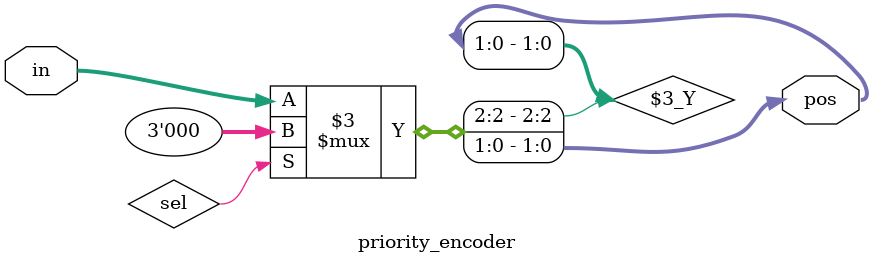
<source format=v>
module priority_encoder( 
input [2:0] in,
output reg [1:0] pos ); 
// When sel=1, assign b to out
always @(*) 
pos = (sel) ? 2'b00 : in; 
endmodule

</source>
